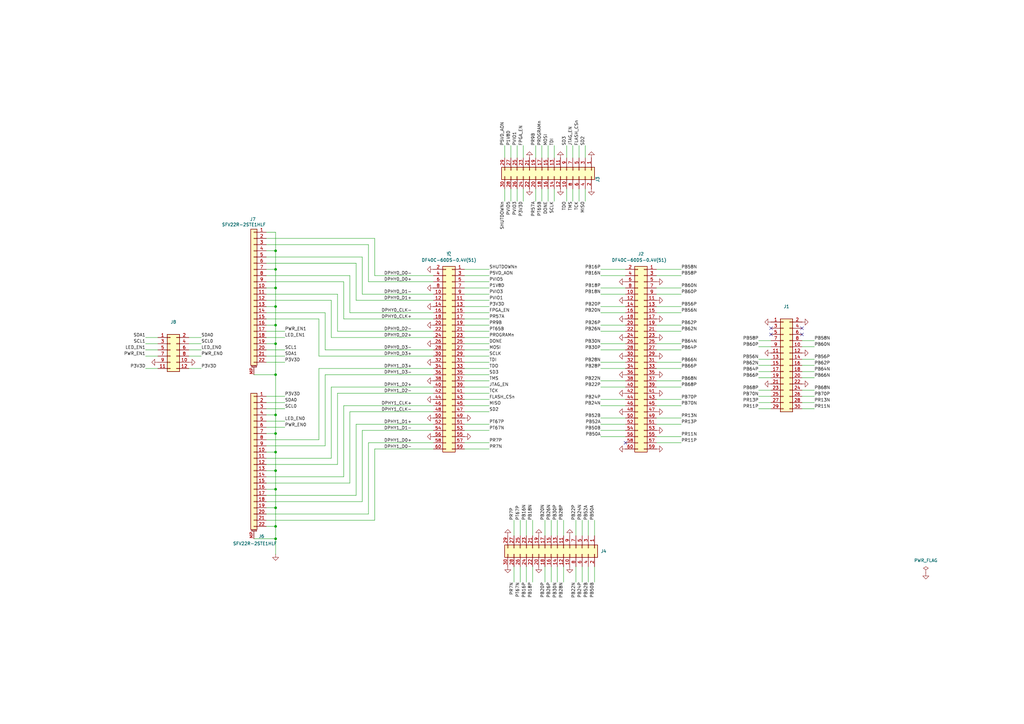
<source format=kicad_sch>
(kicad_sch (version 20250114) (generator "eeschema") (generator_version "9.0")
  (paper "A3")
  (lib_symbols
    (symbol "Connector_Generic:Conn_02x06_Odd_Even" (pin_names (offset 1.016) (hide yes))
      (property "Reference" "J" (at 1.27 7.62 0))
      (property "Value" "Conn_02x06_Odd_Even" (at 1.27 -10.16 0))
      (symbol "Conn_02x06_Odd_Even_1_1"
        (pin passive line (at -5.08 5.08 0) (length 3.81) (name "Pin_1") (number "1"))
        (pin passive line (at -5.08 2.54 0) (length 3.81) (name "Pin_3") (number "3"))
        (pin passive line (at -5.08 0 0) (length 3.81) (name "Pin_5") (number "5"))
        (pin passive line (at -5.08 -2.54 0) (length 3.81) (name "Pin_7") (number "7"))
        (pin passive line (at -5.08 -5.08 0) (length 3.81) (name "Pin_9") (number "9"))
        (pin passive line (at -5.08 -7.62 0) (length 3.81) (name "Pin_11") (number "11"))
        (pin passive line (at 7.62 5.08 180) (length 3.81) (name "Pin_2") (number "2"))
        (pin passive line (at 7.62 2.54 180) (length 3.81) (name "Pin_4") (number "4"))
        (pin passive line (at 7.62 0 180) (length 3.81) (name "Pin_6") (number "6"))
        (pin passive line (at 7.62 -2.54 180) (length 3.81) (name "Pin_8") (number "8"))
        (pin passive line (at 7.62 -5.08 180) (length 3.81) (name "Pin_10") (number "10"))
        (pin passive line (at 7.62 -7.62 180) (length 3.81) (name "Pin_12") (number "12"))
      )
    )
    (symbol "Connector_Generic:Conn_02x15_Odd_Even" (pin_names (offset 1.016) (hide yes))
      (property "Reference" "J" (at 1.27 20.32 0))
      (property "Value" "Conn_02x15_Odd_Even" (at 1.27 -20.32 0))
      (symbol "Conn_02x15_Odd_Even_1_1"
        (pin passive line (at -5.08 17.78 0) (length 3.81) (name "Pin_1") (number "1"))
        (pin passive line (at -5.08 15.24 0) (length 3.81) (name "Pin_3") (number "3"))
        (pin passive line (at -5.08 12.7 0) (length 3.81) (name "Pin_5") (number "5"))
        (pin passive line (at -5.08 10.16 0) (length 3.81) (name "Pin_7") (number "7"))
        (pin passive line (at -5.08 7.62 0) (length 3.81) (name "Pin_9") (number "9"))
        (pin passive line (at -5.08 5.08 0) (length 3.81) (name "Pin_11") (number "11"))
        (pin passive line (at -5.08 2.54 0) (length 3.81) (name "Pin_13") (number "13"))
        (pin passive line (at -5.08 0 0) (length 3.81) (name "Pin_15") (number "15"))
        (pin passive line (at -5.08 -2.54 0) (length 3.81) (name "Pin_17") (number "17"))
        (pin passive line (at -5.08 -5.08 0) (length 3.81) (name "Pin_19") (number "19"))
        (pin passive line (at -5.08 -7.62 0) (length 3.81) (name "Pin_21") (number "21"))
        (pin passive line (at -5.08 -10.16 0) (length 3.81) (name "Pin_23") (number "23"))
        (pin passive line (at -5.08 -12.7 0) (length 3.81) (name "Pin_25") (number "25"))
        (pin passive line (at -5.08 -15.24 0) (length 3.81) (name "Pin_27") (number "27"))
        (pin passive line (at -5.08 -17.78 0) (length 3.81) (name "Pin_29") (number "29"))
        (pin passive line (at 7.62 17.78 180) (length 3.81) (name "Pin_2") (number "2"))
        (pin passive line (at 7.62 15.24 180) (length 3.81) (name "Pin_4") (number "4"))
        (pin passive line (at 7.62 12.7 180) (length 3.81) (name "Pin_6") (number "6"))
        (pin passive line (at 7.62 10.16 180) (length 3.81) (name "Pin_8") (number "8"))
        (pin passive line (at 7.62 7.62 180) (length 3.81) (name "Pin_10") (number "10"))
        (pin passive line (at 7.62 5.08 180) (length 3.81) (name "Pin_12") (number "12"))
        (pin passive line (at 7.62 2.54 180) (length 3.81) (name "Pin_14") (number "14"))
        (pin passive line (at 7.62 0 180) (length 3.81) (name "Pin_16") (number "16"))
        (pin passive line (at 7.62 -2.54 180) (length 3.81) (name "Pin_18") (number "18"))
        (pin passive line (at 7.62 -5.08 180) (length 3.81) (name "Pin_20") (number "20"))
        (pin passive line (at 7.62 -7.62 180) (length 3.81) (name "Pin_22") (number "22"))
        (pin passive line (at 7.62 -10.16 180) (length 3.81) (name "Pin_24") (number "24"))
        (pin passive line (at 7.62 -12.7 180) (length 3.81) (name "Pin_26") (number "26"))
        (pin passive line (at 7.62 -15.24 180) (length 3.81) (name "Pin_28") (number "28"))
        (pin passive line (at 7.62 -17.78 180) (length 3.81) (name "Pin_30") (number "30"))
      )
    )
    (symbol "Connector_Generic:Conn_02x30_Odd_Even" (pin_names (offset 1.016) (hide yes))
      (property "Reference" "J" (at 1.27 38.1 0))
      (property "Value" "Conn_02x30_Odd_Even" (at 1.27 -40.64 0))
      (symbol "Conn_02x30_Odd_Even_1_1"
        (pin passive line (at -5.08 35.56 0) (length 3.81) (name "Pin_1") (number "1"))
        (pin passive line (at -5.08 33.02 0) (length 3.81) (name "Pin_3") (number "3"))
        (pin passive line (at -5.08 30.48 0) (length 3.81) (name "Pin_5") (number "5"))
        (pin passive line (at -5.08 27.94 0) (length 3.81) (name "Pin_7") (number "7"))
        (pin passive line (at -5.08 25.4 0) (length 3.81) (name "Pin_9") (number "9"))
        (pin passive line (at -5.08 22.86 0) (length 3.81) (name "Pin_11") (number "11"))
        (pin passive line (at -5.08 20.32 0) (length 3.81) (name "Pin_13") (number "13"))
        (pin passive line (at -5.08 17.78 0) (length 3.81) (name "Pin_15") (number "15"))
        (pin passive line (at -5.08 15.24 0) (length 3.81) (name "Pin_17") (number "17"))
        (pin passive line (at -5.08 12.7 0) (length 3.81) (name "Pin_19") (number "19"))
        (pin passive line (at -5.08 10.16 0) (length 3.81) (name "Pin_21") (number "21"))
        (pin passive line (at -5.08 7.62 0) (length 3.81) (name "Pin_23") (number "23"))
        (pin passive line (at -5.08 5.08 0) (length 3.81) (name "Pin_25") (number "25"))
        (pin passive line (at -5.08 2.54 0) (length 3.81) (name "Pin_27") (number "27"))
        (pin passive line (at -5.08 0 0) (length 3.81) (name "Pin_29") (number "29"))
        (pin passive line (at -5.08 -2.54 0) (length 3.81) (name "Pin_31") (number "31"))
        (pin passive line (at -5.08 -5.08 0) (length 3.81) (name "Pin_33") (number "33"))
        (pin passive line (at -5.08 -7.62 0) (length 3.81) (name "Pin_35") (number "35"))
        (pin passive line (at -5.08 -10.16 0) (length 3.81) (name "Pin_37") (number "37"))
        (pin passive line (at -5.08 -12.7 0) (length 3.81) (name "Pin_39") (number "39"))
        (pin passive line (at -5.08 -15.24 0) (length 3.81) (name "Pin_41") (number "41"))
        (pin passive line (at -5.08 -17.78 0) (length 3.81) (name "Pin_43") (number "43"))
        (pin passive line (at -5.08 -20.32 0) (length 3.81) (name "Pin_45") (number "45"))
        (pin passive line (at -5.08 -22.86 0) (length 3.81) (name "Pin_47") (number "47"))
        (pin passive line (at -5.08 -25.4 0) (length 3.81) (name "Pin_49") (number "49"))
        (pin passive line (at -5.08 -27.94 0) (length 3.81) (name "Pin_51") (number "51"))
        (pin passive line (at -5.08 -30.48 0) (length 3.81) (name "Pin_53") (number "53"))
        (pin passive line (at -5.08 -33.02 0) (length 3.81) (name "Pin_55") (number "55"))
        (pin passive line (at -5.08 -35.56 0) (length 3.81) (name "Pin_57") (number "57"))
        (pin passive line (at -5.08 -38.1 0) (length 3.81) (name "Pin_59") (number "59"))
        (pin passive line (at 7.62 35.56 180) (length 3.81) (name "Pin_2") (number "2"))
        (pin passive line (at 7.62 33.02 180) (length 3.81) (name "Pin_4") (number "4"))
        (pin passive line (at 7.62 30.48 180) (length 3.81) (name "Pin_6") (number "6"))
        (pin passive line (at 7.62 27.94 180) (length 3.81) (name "Pin_8") (number "8"))
        (pin passive line (at 7.62 25.4 180) (length 3.81) (name "Pin_10") (number "10"))
        (pin passive line (at 7.62 22.86 180) (length 3.81) (name "Pin_12") (number "12"))
        (pin passive line (at 7.62 20.32 180) (length 3.81) (name "Pin_14") (number "14"))
        (pin passive line (at 7.62 17.78 180) (length 3.81) (name "Pin_16") (number "16"))
        (pin passive line (at 7.62 15.24 180) (length 3.81) (name "Pin_18") (number "18"))
        (pin passive line (at 7.62 12.7 180) (length 3.81) (name "Pin_20") (number "20"))
        (pin passive line (at 7.62 10.16 180) (length 3.81) (name "Pin_22") (number "22"))
        (pin passive line (at 7.62 7.62 180) (length 3.81) (name "Pin_24") (number "24"))
        (pin passive line (at 7.62 5.08 180) (length 3.81) (name "Pin_26") (number "26"))
        (pin passive line (at 7.62 2.54 180) (length 3.81) (name "Pin_28") (number "28"))
        (pin passive line (at 7.62 0 180) (length 3.81) (name "Pin_30") (number "30"))
        (pin passive line (at 7.62 -2.54 180) (length 3.81) (name "Pin_32") (number "32"))
        (pin passive line (at 7.62 -5.08 180) (length 3.81) (name "Pin_34") (number "34"))
        (pin passive line (at 7.62 -7.62 180) (length 3.81) (name "Pin_36") (number "36"))
        (pin passive line (at 7.62 -10.16 180) (length 3.81) (name "Pin_38") (number "38"))
        (pin passive line (at 7.62 -12.7 180) (length 3.81) (name "Pin_40") (number "40"))
        (pin passive line (at 7.62 -15.24 180) (length 3.81) (name "Pin_42") (number "42"))
        (pin passive line (at 7.62 -17.78 180) (length 3.81) (name "Pin_44") (number "44"))
        (pin passive line (at 7.62 -20.32 180) (length 3.81) (name "Pin_46") (number "46"))
        (pin passive line (at 7.62 -22.86 180) (length 3.81) (name "Pin_48") (number "48"))
        (pin passive line (at 7.62 -25.4 180) (length 3.81) (name "Pin_50") (number "50"))
        (pin passive line (at 7.62 -27.94 180) (length 3.81) (name "Pin_52") (number "52"))
        (pin passive line (at 7.62 -30.48 180) (length 3.81) (name "Pin_54") (number "54"))
        (pin passive line (at 7.62 -33.02 180) (length 3.81) (name "Pin_56") (number "56"))
        (pin passive line (at 7.62 -35.56 180) (length 3.81) (name "Pin_58") (number "58"))
        (pin passive line (at 7.62 -38.1 180) (length 3.81) (name "Pin_60") (number "60"))
      )
    )
    (symbol "Connector_Generic_MountingPin:Conn_01x22_MountingPin" (pin_names (offset 1.016) (hide yes))
      (property "Reference" "J" (at 0 27.94 0))
      (property "Value" "Conn_01x22_MountingPin" (at 1.27 -30.48 0))
      (symbol "Conn_01x22_MountingPin_1_1"
        (text "Mounting" (at 0 -29.591 0) (effects (font (size 0.381 0.381))))
        (pin passive line (at -5.08 25.4 0) (length 3.81) (name "Pin_1") (number "1"))
        (pin passive line (at -5.08 22.86 0) (length 3.81) (name "Pin_2") (number "2"))
        (pin passive line (at -5.08 20.32 0) (length 3.81) (name "Pin_3") (number "3"))
        (pin passive line (at -5.08 17.78 0) (length 3.81) (name "Pin_4") (number "4"))
        (pin passive line (at -5.08 15.24 0) (length 3.81) (name "Pin_5") (number "5"))
        (pin passive line (at -5.08 12.7 0) (length 3.81) (name "Pin_6") (number "6"))
        (pin passive line (at -5.08 10.16 0) (length 3.81) (name "Pin_7") (number "7"))
        (pin passive line (at -5.08 7.62 0) (length 3.81) (name "Pin_8") (number "8"))
        (pin passive line (at -5.08 5.08 0) (length 3.81) (name "Pin_9") (number "9"))
        (pin passive line (at -5.08 2.54 0) (length 3.81) (name "Pin_10") (number "10"))
        (pin passive line (at -5.08 0 0) (length 3.81) (name "Pin_11") (number "11"))
        (pin passive line (at -5.08 -2.54 0) (length 3.81) (name "Pin_12") (number "12"))
        (pin passive line (at -5.08 -5.08 0) (length 3.81) (name "Pin_13") (number "13"))
        (pin passive line (at -5.08 -7.62 0) (length 3.81) (name "Pin_14") (number "14"))
        (pin passive line (at -5.08 -10.16 0) (length 3.81) (name "Pin_15") (number "15"))
        (pin passive line (at -5.08 -12.7 0) (length 3.81) (name "Pin_16") (number "16"))
        (pin passive line (at -5.08 -15.24 0) (length 3.81) (name "Pin_17") (number "17"))
        (pin passive line (at -5.08 -17.78 0) (length 3.81) (name "Pin_18") (number "18"))
        (pin passive line (at -5.08 -20.32 0) (length 3.81) (name "Pin_19") (number "19"))
        (pin passive line (at -5.08 -22.86 0) (length 3.81) (name "Pin_20") (number "20"))
        (pin passive line (at -5.08 -25.4 0) (length 3.81) (name "Pin_21") (number "21"))
        (pin passive line (at -5.08 -27.94 0) (length 3.81) (name "Pin_22") (number "22"))
        (pin passive line (at 0 -33.02 90) (length 3.048) (name "MountPin") (number "MP"))
      )
    )
    (symbol "power:GND" (power) (pin_numbers (hide yes)) (pin_names (offset 0) (hide yes))
      (property "Value" "GND" (at 0 -3.81 0))
      (symbol "GND_1_1"
        (pin power_in line (at 0 0 270) (length 0) (name "~") (number "1"))
      )
    )
    (symbol "power:PWR_FLAG" (power) (pin_numbers (hide yes)) (pin_names (offset 0) (hide yes))
      (property "Value" "PWR_FLAG" (at 0 3.81 0))
      (symbol "PWR_FLAG_0_0"
        (pin power_out line (at 0 0 90) (length 0) (name "~") (number "1"))
      )
    )
  )
  (junction (at 113.03 170.18))
  (junction (at 113.03 193.04))
  (junction (at 113.03 118.11))
  (junction (at 113.03 177.8))
  (junction (at 113.03 102.87))
  (junction (at 113.03 140.97))
  (junction (at 113.03 220.98))
  (junction (at 113.03 208.28))
  (junction (at 113.03 133.35))
  (junction (at 113.03 215.9))
  (junction (at 113.03 110.49))
  (junction (at 113.03 200.66))
  (junction (at 113.03 185.42))
  (junction (at 113.03 125.73))
  (junction (at 113.03 153.67))
  (no_connect (at 316.23 137.16))
  (no_connect (at 328.93 137.16))
  (no_connect (at 316.23 134.62))
  (no_connect (at 256.54 181.61))
  (no_connect (at 328.93 134.62))
  (wire (pts (xy 153.67 97.79) (xy 153.67 113.03)))
  (wire (pts (xy 232.41 64.77) (xy 232.41 59.69)))
  (wire (pts (xy 130.81 180.34) (xy 130.81 151.13)))
  (wire (pts (xy 59.69 138.43) (xy 64.77 138.43)))
  (wire (pts (xy 279.4 110.49) (xy 269.24 110.49)))
  (wire (pts (xy 256.54 166.37) (xy 246.38 166.37)))
  (wire (pts (xy 311.15 165.1) (xy 316.23 165.1)))
  (wire (pts (xy 207.01 64.77) (xy 207.01 59.69)))
  (wire (pts (xy 200.66 125.73) (xy 190.5 125.73)))
  (wire (pts (xy 236.22 219.71) (xy 236.22 213.36)))
  (wire (pts (xy 177.8 181.61) (xy 151.13 181.61)))
  (wire (pts (xy 200.66 151.13) (xy 190.5 151.13)))
  (wire (pts (xy 116.84 146.05) (xy 109.22 146.05)))
  (wire (pts (xy 113.03 193.04) (xy 109.22 193.04)))
  (wire (pts (xy 200.66 181.61) (xy 190.5 181.61)))
  (wire (pts (xy 109.22 190.5) (xy 138.43 190.5)))
  (wire (pts (xy 77.47 146.05) (xy 82.55 146.05)))
  (wire (pts (xy 151.13 181.61) (xy 151.13 210.82)))
  (wire (pts (xy 109.22 203.2) (xy 146.05 203.2)))
  (wire (pts (xy 334.01 147.32) (xy 328.93 147.32)))
  (wire (pts (xy 334.01 139.7) (xy 328.93 139.7)))
  (wire (pts (xy 177.8 146.05) (xy 130.81 146.05)))
  (wire (pts (xy 113.03 140.97) (xy 113.03 133.35)))
  (wire (pts (xy 59.69 140.97) (xy 64.77 140.97)))
  (wire (pts (xy 109.22 105.41) (xy 148.59 105.41)))
  (wire (pts (xy 113.03 153.67) (xy 113.03 170.18)))
  (wire (pts (xy 209.55 64.77) (xy 209.55 59.69)))
  (wire (pts (xy 228.6 219.71) (xy 228.6 213.36)))
  (wire (pts (xy 256.54 179.07) (xy 246.38 179.07)))
  (wire (pts (xy 177.8 143.51) (xy 133.35 143.51)))
  (wire (pts (xy 214.63 64.77) (xy 214.63 59.69)))
  (wire (pts (xy 177.8 168.91) (xy 143.51 168.91)))
  (wire (pts (xy 143.51 198.12) (xy 143.51 168.91)))
  (wire (pts (xy 334.01 152.4) (xy 328.93 152.4)))
  (wire (pts (xy 113.03 140.97) (xy 109.22 140.97)))
  (wire (pts (xy 256.54 151.13) (xy 246.38 151.13)))
  (wire (pts (xy 109.22 182.88) (xy 133.35 182.88)))
  (wire (pts (xy 334.01 162.56) (xy 328.93 162.56)))
  (wire (pts (xy 200.66 120.65) (xy 190.5 120.65)))
  (wire (pts (xy 279.4 135.89) (xy 269.24 135.89)))
  (wire (pts (xy 256.54 128.27) (xy 246.38 128.27)))
  (wire (pts (xy 316.23 139.7) (xy 311.15 139.7)))
  (wire (pts (xy 151.13 210.82) (xy 109.22 210.82)))
  (wire (pts (xy 279.4 148.59) (xy 269.24 148.59)))
  (wire (pts (xy 138.43 190.5) (xy 138.43 161.29)))
  (wire (pts (xy 177.8 113.03) (xy 153.67 113.03)))
  (wire (pts (xy 140.97 195.58) (xy 140.97 166.37)))
  (wire (pts (xy 77.47 138.43) (xy 82.55 138.43)))
  (wire (pts (xy 109.22 100.33) (xy 151.13 100.33)))
  (wire (pts (xy 279.4 173.99) (xy 269.24 173.99)))
  (wire (pts (xy 256.54 176.53) (xy 246.38 176.53)))
  (wire (pts (xy 116.84 138.43) (xy 109.22 138.43)))
  (wire (pts (xy 177.8 120.65) (xy 148.59 120.65)))
  (wire (pts (xy 222.25 82.55) (xy 222.25 77.47)))
  (wire (pts (xy 77.47 143.51) (xy 82.55 143.51)))
  (wire (pts (xy 243.84 238.76) (xy 243.84 232.41)))
  (wire (pts (xy 113.03 200.66) (xy 109.22 200.66)))
  (wire (pts (xy 113.03 118.11) (xy 113.03 110.49)))
  (wire (pts (xy 218.44 238.76) (xy 218.44 232.41)))
  (wire (pts (xy 238.76 219.71) (xy 238.76 213.36)))
  (wire (pts (xy 316.23 154.94) (xy 311.15 154.94)))
  (wire (pts (xy 279.4 125.73) (xy 269.24 125.73)))
  (wire (pts (xy 109.22 205.74) (xy 148.59 205.74)))
  (wire (pts (xy 316.23 149.86) (xy 311.15 149.86)))
  (wire (pts (xy 226.06 219.71) (xy 226.06 213.36)))
  (wire (pts (xy 237.49 64.77) (xy 237.49 59.69)))
  (wire (pts (xy 190.5 115.57) (xy 200.66 115.57)))
  (wire (pts (xy 256.54 118.11) (xy 246.38 118.11)))
  (wire (pts (xy 232.41 82.55) (xy 232.41 77.47)))
  (wire (pts (xy 240.03 64.77) (xy 240.03 59.69)))
  (wire (pts (xy 316.23 162.56) (xy 311.15 162.56)))
  (wire (pts (xy 113.03 170.18) (xy 109.22 170.18)))
  (wire (pts (xy 279.4 163.83) (xy 269.24 163.83)))
  (wire (pts (xy 279.4 166.37) (xy 269.24 166.37)))
  (wire (pts (xy 316.23 152.4) (xy 311.15 152.4)))
  (wire (pts (xy 256.54 140.97) (xy 246.38 140.97)))
  (wire (pts (xy 238.76 238.76) (xy 238.76 232.41)))
  (wire (pts (xy 234.95 82.55) (xy 234.95 77.47)))
  (wire (pts (xy 177.8 173.99) (xy 146.05 173.99)))
  (wire (pts (xy 113.03 208.28) (xy 109.22 208.28)))
  (wire (pts (xy 224.79 64.77) (xy 224.79 59.69)))
  (wire (pts (xy 241.3 238.76) (xy 241.3 232.41)))
  (wire (pts (xy 200.66 133.35) (xy 190.5 133.35)))
  (wire (pts (xy 109.22 113.03) (xy 143.51 113.03)))
  (wire (pts (xy 215.9 219.71) (xy 215.9 213.36)))
  (wire (pts (xy 256.54 143.51) (xy 246.38 143.51)))
  (wire (pts (xy 135.89 123.19) (xy 135.89 138.43)))
  (wire (pts (xy 146.05 107.95) (xy 146.05 123.19)))
  (wire (pts (xy 109.22 215.9) (xy 113.03 215.9)))
  (wire (pts (xy 113.03 110.49) (xy 113.03 102.87)))
  (wire (pts (xy 200.66 158.75) (xy 190.5 158.75)))
  (wire (pts (xy 256.54 156.21) (xy 246.38 156.21)))
  (wire (pts (xy 109.22 128.27) (xy 133.35 128.27)))
  (wire (pts (xy 279.4 120.65) (xy 269.24 120.65)))
  (wire (pts (xy 210.82 213.36) (xy 210.82 219.71)))
  (wire (pts (xy 113.03 215.9) (xy 113.03 208.28)))
  (wire (pts (xy 279.4 151.13) (xy 269.24 151.13)))
  (wire (pts (xy 200.66 128.27) (xy 190.5 128.27)))
  (wire (pts (xy 328.93 167.64) (xy 334.01 167.64)))
  (wire (pts (xy 200.66 184.15) (xy 190.5 184.15)))
  (wire (pts (xy 279.4 143.51) (xy 269.24 143.51)))
  (wire (pts (xy 226.06 238.76) (xy 226.06 232.41)))
  (wire (pts (xy 109.22 213.36) (xy 153.67 213.36)))
  (wire (pts (xy 77.47 151.13) (xy 82.55 151.13)))
  (wire (pts (xy 109.22 123.19) (xy 135.89 123.19)))
  (wire (pts (xy 113.03 220.98) (xy 113.03 215.9)))
  (wire (pts (xy 279.4 133.35) (xy 269.24 133.35)))
  (wire (pts (xy 113.03 102.87) (xy 109.22 102.87)))
  (wire (pts (xy 279.4 156.21) (xy 269.24 156.21)))
  (wire (pts (xy 200.66 163.83) (xy 190.5 163.83)))
  (wire (pts (xy 200.66 168.91) (xy 190.5 168.91)))
  (wire (pts (xy 237.49 82.55) (xy 237.49 77.47)))
  (wire (pts (xy 256.54 135.89) (xy 246.38 135.89)))
  (wire (pts (xy 328.93 165.1) (xy 334.01 165.1)))
  (wire (pts (xy 109.22 195.58) (xy 140.97 195.58)))
  (wire (pts (xy 116.84 175.26) (xy 109.22 175.26)))
  (wire (pts (xy 59.69 151.13) (xy 64.77 151.13)))
  (wire (pts (xy 133.35 182.88) (xy 133.35 153.67)))
  (wire (pts (xy 177.8 153.67) (xy 133.35 153.67)))
  (wire (pts (xy 223.52 219.71) (xy 223.52 213.36)))
  (wire (pts (xy 177.8 184.15) (xy 153.67 184.15)))
  (wire (pts (xy 116.84 148.59) (xy 109.22 148.59)))
  (wire (pts (xy 77.47 140.97) (xy 82.55 140.97)))
  (wire (pts (xy 210.82 232.41) (xy 210.82 238.76)))
  (wire (pts (xy 113.03 227.33) (xy 113.03 220.98)))
  (wire (pts (xy 113.03 133.35) (xy 109.22 133.35)))
  (wire (pts (xy 109.22 187.96) (xy 135.89 187.96)))
  (wire (pts (xy 200.66 140.97) (xy 190.5 140.97)))
  (wire (pts (xy 113.03 177.8) (xy 109.22 177.8)))
  (wire (pts (xy 113.03 200.66) (xy 113.03 193.04)))
  (wire (pts (xy 177.8 151.13) (xy 130.81 151.13)))
  (wire (pts (xy 200.66 110.49) (xy 190.5 110.49)))
  (wire (pts (xy 113.03 177.8) (xy 113.03 170.18)))
  (wire (pts (xy 200.66 156.21) (xy 190.5 156.21)))
  (wire (pts (xy 334.01 142.24) (xy 328.93 142.24)))
  (wire (pts (xy 200.66 143.51) (xy 190.5 143.51)))
  (wire (pts (xy 224.79 82.55) (xy 224.79 77.47)))
  (wire (pts (xy 148.59 105.41) (xy 148.59 120.65)))
  (wire (pts (xy 218.44 219.71) (xy 218.44 213.36)))
  (wire (pts (xy 223.52 238.76) (xy 223.52 232.41)))
  (wire (pts (xy 212.09 64.77) (xy 212.09 59.69)))
  (wire (pts (xy 116.84 143.51) (xy 109.22 143.51)))
  (wire (pts (xy 200.66 118.11) (xy 190.5 118.11)))
  (wire (pts (xy 113.03 118.11) (xy 109.22 118.11)))
  (wire (pts (xy 279.4 128.27) (xy 269.24 128.27)))
  (wire (pts (xy 177.8 161.29) (xy 138.43 161.29)))
  (wire (pts (xy 113.03 140.97) (xy 113.03 153.67)))
  (wire (pts (xy 113.03 185.42) (xy 113.03 177.8)))
  (wire (pts (xy 316.23 147.32) (xy 311.15 147.32)))
  (wire (pts (xy 113.03 208.28) (xy 113.03 200.66)))
  (wire (pts (xy 334.01 160.02) (xy 328.93 160.02)))
  (wire (pts (xy 200.66 113.03) (xy 190.5 113.03)))
  (wire (pts (xy 279.4 113.03) (xy 269.24 113.03)))
  (wire (pts (xy 256.54 171.45) (xy 246.38 171.45)))
  (wire (pts (xy 279.4 181.61) (xy 269.24 181.61)))
  (wire (pts (xy 256.54 173.99) (xy 246.38 173.99)))
  (wire (pts (xy 212.09 82.55) (xy 212.09 77.47)))
  (wire (pts (xy 200.66 161.29) (xy 190.5 161.29)))
  (wire (pts (xy 219.71 82.55) (xy 219.71 77.47)))
  (wire (pts (xy 177.8 115.57) (xy 151.13 115.57)))
  (wire (pts (xy 140.97 115.57) (xy 140.97 130.81)))
  (wire (pts (xy 279.4 140.97) (xy 269.24 140.97)))
  (wire (pts (xy 256.54 113.03) (xy 246.38 113.03)))
  (wire (pts (xy 256.54 148.59) (xy 246.38 148.59)))
  (wire (pts (xy 207.01 82.55) (xy 207.01 77.47)))
  (wire (pts (xy 311.15 167.64) (xy 316.23 167.64)))
  (wire (pts (xy 240.03 82.55) (xy 240.03 77.47)))
  (wire (pts (xy 231.14 219.71) (xy 231.14 213.36)))
  (wire (pts (xy 222.25 64.77) (xy 222.25 59.69)))
  (wire (pts (xy 213.36 213.36) (xy 213.36 219.71)))
  (wire (pts (xy 177.8 123.19) (xy 146.05 123.19)))
  (wire (pts (xy 113.03 102.87) (xy 113.03 95.25)))
  (wire (pts (xy 200.66 153.67) (xy 190.5 153.67)))
  (wire (pts (xy 256.54 163.83) (xy 246.38 163.83)))
  (wire (pts (xy 133.35 128.27) (xy 133.35 143.51)))
  (wire (pts (xy 138.43 120.65) (xy 138.43 135.89)))
  (wire (pts (xy 113.03 185.42) (xy 109.22 185.42)))
  (wire (pts (xy 200.66 135.89) (xy 190.5 135.89)))
  (wire (pts (xy 190.5 123.19) (xy 200.66 123.19)))
  (wire (pts (xy 241.3 219.71) (xy 241.3 213.36)))
  (wire (pts (xy 177.8 128.27) (xy 143.51 128.27)))
  (wire (pts (xy 151.13 100.33) (xy 151.13 115.57)))
  (wire (pts (xy 279.4 179.07) (xy 269.24 179.07)))
  (wire (pts (xy 334.01 149.86) (xy 328.93 149.86)))
  (wire (pts (xy 113.03 133.35) (xy 113.03 125.73)))
  (wire (pts (xy 316.23 142.24) (xy 311.15 142.24)))
  (wire (pts (xy 130.81 146.05) (xy 130.81 130.81)))
  (wire (pts (xy 279.4 171.45) (xy 269.24 171.45)))
  (wire (pts (xy 109.22 97.79) (xy 153.67 97.79)))
  (wire (pts (xy 177.8 166.37) (xy 140.97 166.37)))
  (wire (pts (xy 209.55 82.55) (xy 209.55 77.47)))
  (wire (pts (xy 234.95 64.77) (xy 234.95 59.69)))
  (wire (pts (xy 200.66 130.81) (xy 190.5 130.81)))
  (wire (pts (xy 256.54 120.65) (xy 246.38 120.65)))
  (wire (pts (xy 219.71 64.77) (xy 219.71 59.69)))
  (wire (pts (xy 200.66 148.59) (xy 190.5 148.59)))
  (wire (pts (xy 116.84 172.72) (xy 109.22 172.72)))
  (wire (pts (xy 113.03 95.25) (xy 109.22 95.25)))
  (wire (pts (xy 214.63 82.55) (xy 214.63 77.47)))
  (wire (pts (xy 279.4 158.75) (xy 269.24 158.75)))
  (wire (pts (xy 279.4 118.11) (xy 269.24 118.11)))
  (wire (pts (xy 116.84 162.56) (xy 109.22 162.56)))
  (wire (pts (xy 200.66 176.53) (xy 190.5 176.53)))
  (wire (pts (xy 200.66 138.43) (xy 190.5 138.43)))
  (wire (pts (xy 231.14 238.76) (xy 231.14 232.41)))
  (wire (pts (xy 116.84 165.1) (xy 109.22 165.1)))
  (wire (pts (xy 236.22 238.76) (xy 236.22 232.41)))
  (wire (pts (xy 334.01 154.94) (xy 328.93 154.94)))
  (wire (pts (xy 256.54 125.73) (xy 246.38 125.73)))
  (wire (pts (xy 177.8 135.89) (xy 138.43 135.89)))
  (wire (pts (xy 113.03 125.73) (xy 113.03 118.11)))
  (wire (pts (xy 59.69 143.51) (xy 64.77 143.51)))
  (wire (pts (xy 256.54 133.35) (xy 246.38 133.35)))
  (wire (pts (xy 113.03 125.73) (xy 109.22 125.73)))
  (wire (pts (xy 130.81 130.81) (xy 109.22 130.81)))
  (wire (pts (xy 200.66 173.99) (xy 190.5 173.99)))
  (wire (pts (xy 116.84 167.64) (xy 109.22 167.64)))
  (wire (pts (xy 116.84 135.89) (xy 109.22 135.89)))
  (wire (pts (xy 153.67 213.36) (xy 153.67 184.15)))
  (wire (pts (xy 243.84 219.71) (xy 243.84 213.36)))
  (wire (pts (xy 256.54 158.75) (xy 246.38 158.75)))
  (wire (pts (xy 200.66 166.37) (xy 190.5 166.37)))
  (wire (pts (xy 109.22 107.95) (xy 146.05 107.95)))
  (wire (pts (xy 227.33 64.77) (xy 227.33 59.69)))
  (wire (pts (xy 177.8 130.81) (xy 140.97 130.81)))
  (wire (pts (xy 177.8 138.43) (xy 135.89 138.43)))
  (wire (pts (xy 256.54 110.49) (xy 246.38 110.49)))
  (wire (pts (xy 146.05 203.2) (xy 146.05 173.99)))
  (wire (pts (xy 109.22 120.65) (xy 138.43 120.65)))
  (wire (pts (xy 59.69 146.05) (xy 64.77 146.05)))
  (wire (pts (xy 109.22 198.12) (xy 143.51 198.12)))
  (wire (pts (xy 109.22 180.34) (xy 130.81 180.34)))
  (wire (pts (xy 177.8 158.75) (xy 135.89 158.75)))
  (wire (pts (xy 213.36 232.41) (xy 213.36 238.76)))
  (wire (pts (xy 215.9 238.76) (xy 215.9 232.41)))
  (wire (pts (xy 104.14 220.98) (xy 113.03 220.98)))
  (wire (pts (xy 316.23 160.02) (xy 311.15 160.02)))
  (wire (pts (xy 177.8 176.53) (xy 148.59 176.53)))
  (wire (pts (xy 113.03 110.49) (xy 109.22 110.49)))
  (wire (pts (xy 200.66 146.05) (xy 190.5 146.05)))
  (wire (pts (xy 135.89 187.96) (xy 135.89 158.75)))
  (wire (pts (xy 104.14 153.67) (xy 113.03 153.67)))
  (wire (pts (xy 228.6 238.76) (xy 228.6 232.41)))
  (wire (pts (xy 143.51 113.03) (xy 143.51 128.27)))
  (wire (pts (xy 109.22 115.57) (xy 140.97 115.57)))
  (wire (pts (xy 113.03 193.04) (xy 113.03 185.42)))
  (wire (pts (xy 227.33 82.55) (xy 227.33 77.47)))
  (wire (pts (xy 148.59 205.74) (xy 148.59 176.53)))
  (label "JTAG_EN" (at 234.95 59.69 90))
  (label "SD3" (at 232.41 59.69 90))
  (label "DPHY1_D0-" (at 168.91 184.15 180))
  (label "DPHY1_D1-" (at 168.91 176.53 180))
  (label "PB16N" (at 215.9 213.36 90))
  (label "PB22P" (at 246.38 158.75 180))
  (label "PB26P" (at 226.06 238.76 270))
  (label "P3V3D" (at 214.63 82.55 270))
  (label "TCK" (at 237.49 82.55 270))
  (label "SHUTDOWNn" (at 200.66 110.49 0))
  (label "PWR_EN1" (at 59.69 146.05 180))
  (label "PR7P" (at 200.66 181.61 0))
  (label "TDI" (at 227.33 59.69 90))
  (label "DPHY0_D2+" (at 168.91 138.43 180))
  (label "PB62N" (at 279.4 135.89 0))
  (label "PB28P" (at 246.38 151.13 180))
  (label "DPHY0_CLK-" (at 168.91 128.27 180))
  (label "PB60P" (at 311.15 142.24 180))
  (label "SCL0" (at 82.55 140.97 0))
  (label "LED_EN1" (at 116.84 138.43 0))
  (label "P5VD_AON" (at 200.66 113.03 0))
  (label "PT67N" (at 200.66 176.53 0))
  (label "SD3" (at 200.66 153.67 0))
  (label "PB26P" (at 246.38 133.35 180))
  (label "PB50A" (at 243.84 213.36 90))
  (label "PB26N" (at 226.06 213.36 90))
  (label "MISO" (at 240.03 82.55 270))
  (label "P3V3D" (at 59.69 151.13 180))
  (label "PB52B" (at 246.38 171.45 180))
  (label "PB18N" (at 218.44 213.36 90))
  (label "PB66P" (at 311.15 154.94 180))
  (label "PWR_EN0" (at 116.84 175.26 0))
  (label "PB24N" (at 246.38 166.37 180))
  (label "DPHY0_D1-" (at 168.91 120.65 180))
  (label "TCK" (at 200.66 161.29 0))
  (label "PB60N" (at 279.4 118.11 0))
  (label "PB22N" (at 246.38 156.21 180))
  (label "PB62N" (at 311.15 149.86 180))
  (label "PR13N" (at 279.4 171.45 0))
  (label "PR9B" (at 219.71 59.69 90))
  (label "PB30P" (at 228.6 213.36 90))
  (label "TDO" (at 232.41 82.55 270))
  (label "LED_EN0" (at 82.55 143.51 0))
  (label "DPHY0_D3+" (at 168.91 146.05 180))
  (label "PB20P" (at 223.52 238.76 270))
  (label "PB52A" (at 241.3 213.36 90))
  (label "LED_EN0" (at 116.84 172.72 0))
  (label "PR57A" (at 219.71 82.55 270))
  (label "SCLK" (at 227.33 82.55 270))
  (label "PROGRAMn" (at 222.25 59.69 90))
  (label "PB20N" (at 223.52 213.36 90))
  (label "MISO" (at 200.66 166.37 0))
  (label "SHUTDOWNn" (at 207.01 82.55 270))
  (label "PB68P" (at 311.15 160.02 180))
  (label "PB18N" (at 246.38 120.65 180))
  (label "PB52A" (at 246.38 173.99 180))
  (label "PB60P" (at 279.4 120.65 0))
  (label "PB56N" (at 279.4 128.27 0))
  (label "DPHY1_D3-" (at 168.91 153.67 180))
  (label "PR57A" (at 200.66 130.81 0))
  (label "P3V3D" (at 116.84 162.56 0))
  (label "PB70P" (at 334.01 162.56 0))
  (label "TDO" (at 200.66 151.13 0))
  (label "PVIO1" (at 212.09 59.69 90))
  (label "PVIO1" (at 200.66 123.19 0))
  (label "PT67P" (at 200.66 173.99 0))
  (label "PB60N" (at 334.01 142.24 0))
  (label "PB30N" (at 228.6 238.76 270))
  (label "JTAG_EN" (at 200.66 158.75 0))
  (label "PB62P" (at 334.01 149.86 0))
  (label "PB56P" (at 334.01 147.32 0))
  (label "FLASH_CSn" (at 200.66 163.83 0))
  (label "FLASH_CSn" (at 237.49 59.69 90))
  (label "PWR_EN1" (at 116.84 135.89 0))
  (label "PR11P" (at 311.15 167.64 180))
  (label "MOSI" (at 224.79 59.69 90))
  (label "SDA0" (at 82.55 138.43 0))
  (label "DPHY1_D2-" (at 168.91 161.29 180))
  (label "PB58P" (at 311.15 139.7 180))
  (label "PB24P" (at 246.38 163.83 180))
  (label "PR9B" (at 200.66 133.35 0))
  (label "SDA1" (at 116.84 146.05 0))
  (label "PVIO5" (at 200.66 115.57 0))
  (label "PB70N" (at 311.15 162.56 180))
  (label "P3V3D" (at 116.84 148.59 0))
  (label "FPGA_EN" (at 214.63 59.69 90))
  (label "DONE" (at 224.79 82.55 270))
  (label "PB50B" (at 243.84 238.76 270))
  (label "PB56N" (at 311.15 147.32 180))
  (label "PB68P" (at 279.4 158.75 0))
  (label "PROGRAMn" (at 200.66 138.43 0))
  (label "PB28N" (at 246.38 148.59 180))
  (label "DPHY1_D0+" (at 168.91 181.61 180))
  (label "PR11P" (at 279.4 181.61 0))
  (label "PB68N" (at 334.01 160.02 0))
  (label "PB28N" (at 231.14 238.76 270))
  (label "PB16P" (at 215.9 238.76 270))
  (label "TMS" (at 234.95 82.55 270))
  (label "DPHY0_CLK+" (at 168.91 130.81 180))
  (label "SD2" (at 240.03 59.69 90))
  (label "PB70P" (at 279.4 163.83 0))
  (label "TDI" (at 200.66 148.59 0))
  (label "SCL1" (at 116.84 143.51 0))
  (label "PB68N" (at 279.4 156.21 0))
  (label "DPHY1_CLK-" (at 168.91 168.91 180))
  (label "PB26N" (at 246.38 135.89 180))
  (label "PB18P" (at 218.44 238.76 270))
  (label "SDA0" (at 116.84 165.1 0))
  (label "PB24N" (at 238.76 213.36 90))
  (label "PR11N" (at 279.4 179.07 0))
  (label "DPHY1_D3+" (at 168.91 151.13 180))
  (label "SD2" (at 200.66 168.91 0))
  (label "PB56P" (at 279.4 125.73 0))
  (label "PB66N" (at 334.01 154.94 0))
  (label "DPHY0_D0+" (at 168.91 115.57 180))
  (label "DPHY1_CLK+" (at 168.91 166.37 180))
  (label "P1V8D" (at 209.55 59.69 90))
  (label "P1V8D" (at 200.66 118.11 0))
  (label "PB50A" (at 246.38 179.07 180))
  (label "PR13N" (at 334.01 165.1 0))
  (label "FPGA_EN" (at 200.66 128.27 0))
  (label "DPHY0_D2-" (at 168.91 135.89 180))
  (label "PR7N" (at 210.82 238.76 270))
  (label "PB64N" (at 334.01 152.4 0))
  (label "PR7N" (at 200.66 184.15 0))
  (label "PT67P" (at 213.36 213.36 90))
  (label "SDA1" (at 59.69 138.43 180))
  (label "P5VD_AON" (at 207.01 59.69 90))
  (label "PT65B" (at 200.66 135.89 0))
  (label "PB24P" (at 238.76 238.76 270))
  (label "PB28P" (at 231.14 213.36 90))
  (label "PB20N" (at 246.38 128.27 180))
  (label "PB66N" (at 279.4 148.59 0))
  (label "PB58N" (at 279.4 110.49 0))
  (label "MOSI" (at 200.66 143.51 0))
  (label "PB64P" (at 279.4 143.51 0))
  (label "PR13P" (at 279.4 173.99 0))
  (label "PR7P" (at 210.82 213.36 90))
  (label "PB66P" (at 279.4 151.13 0))
  (label "DPHY1_D1+" (at 168.91 173.99 180))
  (label "DPHY0_D1+" (at 168.91 123.19 180))
  (label "SCL1" (at 59.69 140.97 180))
  (label "PB52B" (at 241.3 238.76 270))
  (label "DONE" (at 200.66 140.97 0))
  (label "PB16P" (at 246.38 110.49 180))
  (label "PR11N" (at 334.01 167.64 0))
  (label "PB30P" (at 246.38 143.51 180))
  (label "PB22N" (at 236.22 238.76 270))
  (label "PB64N" (at 279.4 140.97 0))
  (label "DPHY0_D0-" (at 168.91 113.03 180))
  (label "PB70N" (at 279.4 166.37 0))
  (label "PB16N" (at 246.38 113.03 180))
  (label "PB50B" (at 246.38 176.53 180))
  (label "PB22P" (at 236.22 213.36 90))
  (label "SCLK" (at 200.66 146.05 0))
  (label "PB62P" (at 279.4 133.35 0))
  (label "PVIO3" (at 200.66 120.65 0))
  (label "LED_EN1" (at 59.69 143.51 180))
  (label "PVIO5" (at 209.55 82.55 270))
  (label "PWR_EN0" (at 82.55 146.05 0))
  (label "P3V3D" (at 82.55 151.13 0))
  (label "PT67N" (at 213.36 238.76 270))
  (label "SCL0" (at 116.84 167.64 0))
  (label "P3V3D" (at 200.66 125.73 0))
  (label "DPHY1_D2+" (at 168.91 158.75 180))
  (label "TMS" (at 200.66 156.21 0))
  (label "PB18P" (at 246.38 118.11 180))
  (label "PT65B" (at 222.25 82.55 270))
  (label "DPHY0_D3-" (at 168.91 143.51 180))
  (label "PVIO3" (at 212.09 82.55 270))
  (label "PB64P" (at 311.15 152.4 180))
  (label "PB30N" (at 246.38 140.97 180))
  (label "PB58N" (at 334.01 139.7 0))
  (label "PB58P" (at 279.4 113.03 0))
  (label "PR13P" (at 311.15 165.1 180))
  (label "PB20P" (at 246.38 125.73 180))
  (symbol (lib_id "power:GND") (at 328.93 157.48 90) (mirror x) (unit 1)
    (property "Reference" "#PWR01" (effects (hide yes)))
    (property "Value" "GND" (effects (hide yes)))
    (property "Description" "Power symbol creates a global label with name \"GND\" , ground" (effects (hide yes)))
  )
  (symbol (lib_id "power:GND") (at 177.8 125.73 270) (unit 1)
    (property "Reference" "#PWR027" (effects (hide yes)))
    (property "Value" "GND" (effects (hide yes)))
    (property "Description" "Power symbol creates a global label with name \"GND\" , ground" (effects (hide yes)))
  )
  (symbol (lib_id "power:GND") (at 256.54 130.81 270) (mirror x) (unit 1)
    (property "Reference" "#PWR042" (effects (hide yes)))
    (property "Value" "GND" (effects (hide yes)))
    (property "Description" "Power symbol creates a global label with name \"GND\" , ground" (effects (hide yes)))
  )
  (symbol (lib_id "power:GND") (at 190.5 171.45 90) (mirror x) (unit 1)
    (property "Reference" "#PWR036" (effects (hide yes)))
    (property "Value" "GND" (effects (hide yes)))
    (property "Description" "Power symbol creates a global label with name \"GND\" , ground" (effects (hide yes)))
  )
  (symbol (lib_id "Connector_Generic_MountingPin:Conn_01x22_MountingPin") (at 104.14 120.65 0) (mirror y) (unit 1)
    (property "Reference" "J7" (at 104.902 89.916 0) (effects (justify left)))
    (property "Value" "SFV22R-2STE1HLF" (at 113.6015 222.9485 0) (effects (justify left)))
    (property "Footprint" "CUSTOM:AMPHENOL_SFV22R-2STE1HLF" (effects (hide yes)))
    (property "Description" "Generic connectable mounting pin connector, single row, 01x22, script generated (kicad-library-utils/schlib/autogen/connector/)" (effects (hide yes)))
    (property "MPN" "SFV22R-2STE1HLF" (effects (hide yes)))
    (property "Manufacturer" "AMPHENOL" (effects (hide yes)))
  )
  (symbol (lib_id "power:GND") (at 242.57 77.47 0) (unit 1)
    (property "Reference" "#PWR09" (effects (hide yes)))
    (property "Value" "GND" (effects (hide yes)))
    (property "Description" "Power symbol creates a global label with name \"GND\" , ground" (effects (hide yes)))
  )
  (symbol (lib_id "power:GND") (at 379.73 234.95 0) (unit 1)
    (property "Reference" "#PWR026" (effects (hide yes)))
    (property "Value" "GND" (effects (hide yes)))
    (property "Description" "Power symbol creates a global label with name \"GND\" , ground" (effects (hide yes)))
  )
  (symbol (lib_id "power:GND") (at 256.54 115.57 270) (mirror x) (unit 1)
    (property "Reference" "#PWR044" (effects (hide yes)))
    (property "Value" "GND" (effects (hide yes)))
    (property "Description" "Power symbol creates a global label with name \"GND\" , ground" (effects (hide yes)))
  )
  (symbol (lib_id "power:GND") (at 177.8 133.35 270) (unit 1)
    (property "Reference" "#PWR028" (effects (hide yes)))
    (property "Value" "GND" (effects (hide yes)))
    (property "Description" "Power symbol creates a global label with name \"GND\" , ground" (effects (hide yes)))
  )
  (symbol (lib_id "power:GND") (at 256.54 138.43 270) (mirror x) (unit 1)
    (property "Reference" "#PWR041" (effects (hide yes)))
    (property "Value" "GND" (effects (hide yes)))
    (property "Description" "Power symbol creates a global label with name \"GND\" , ground" (effects (hide yes)))
  )
  (symbol (lib_id "power:GND") (at 269.24 176.53 90) (mirror x) (unit 1)
    (property "Reference" "#PWR045" (effects (hide yes)))
    (property "Value" "GND" (effects (hide yes)))
    (property "Description" "Power symbol creates a global label with name \"GND\" , ground" (effects (hide yes)))
  )
  (symbol (lib_id "power:GND") (at 113.03 227.33 0) (unit 1)
    (property "Reference" "#PWR023" (effects (hide yes)))
    (property "Value" "GND" (effects (hide yes)))
    (property "Description" "Power symbol creates a global label with name \"GND\" , ground" (effects (hide yes)))
  )
  (symbol (lib_id "power:GND") (at 316.23 144.78 270) (unit 1)
    (property "Reference" "#PWR05" (effects (hide yes)))
    (property "Value" "GND" (effects (hide yes)))
    (property "Description" "Power symbol creates a global label with name \"GND\" , ground" (effects (hide yes)))
  )
  (symbol (lib_id "power:GND") (at 177.8 148.59 270) (unit 1)
    (property "Reference" "#PWR030" (effects (hide yes)))
    (property "Value" "GND" (effects (hide yes)))
    (property "Description" "Power symbol creates a global label with name \"GND\" , ground" (effects (hide yes)))
  )
  (symbol (lib_id "power:GND") (at 269.24 184.15 90) (mirror x) (unit 1)
    (property "Reference" "#PWR07" (effects (hide yes)))
    (property "Value" "GND" (effects (hide yes)))
    (property "Description" "Power symbol creates a global label with name \"GND\" , ground" (effects (hide yes)))
  )
  (symbol (lib_id "power:GND") (at 269.24 138.43 90) (mirror x) (unit 1)
    (property "Reference" "#PWR050" (effects (hide yes)))
    (property "Value" "GND" (effects (hide yes)))
    (property "Description" "Power symbol creates a global label with name \"GND\" , ground" (effects (hide yes)))
  )
  (symbol (lib_id "power:GND") (at 269.24 168.91 90) (mirror x) (unit 1)
    (property "Reference" "#PWR046" (effects (hide yes)))
    (property "Value" "GND" (effects (hide yes)))
    (property "Description" "Power symbol creates a global label with name \"GND\" , ground" (effects (hide yes)))
  )
  (symbol (lib_id "power:GND") (at 177.8 163.83 270) (unit 1)
    (property "Reference" "#PWR032" (effects (hide yes)))
    (property "Value" "GND" (effects (hide yes)))
    (property "Description" "Power symbol creates a global label with name \"GND\" , ground" (effects (hide yes)))
  )
  (symbol (lib_id "Connector_Generic_MountingPin:Conn_01x22_MountingPin") (at 104.14 187.96 0) (mirror y) (unit 1)
    (property "Reference" "J6" (at 108.458 219.964 0) (effects (justify left)))
    (property "Value" "SFV22R-2STE1HLF" (at 109.0295 92.1385 0) (effects (justify left)))
    (property "Footprint" "CUSTOM:AMPHENOL_SFV22R-2STE1HLF" (effects (hide yes)))
    (property "Description" "Generic connectable mounting pin connector, single row, 01x22, script generated (kicad-library-utils/schlib/autogen/connector/)" (effects (hide yes)))
    (property "MPN" "SFV22R-2STE1HLF" (effects (hide yes)))
    (property "Manufacturer" "AMPHENOL" (effects (hide yes)))
  )
  (symbol (lib_id "power:GND") (at 269.24 146.05 90) (mirror x) (unit 1)
    (property "Reference" "#PWR049" (effects (hide yes)))
    (property "Value" "GND" (effects (hide yes)))
    (property "Description" "Power symbol creates a global label with name \"GND\" , ground" (effects (hide yes)))
  )
  (symbol (lib_id "power:GND") (at 208.28 232.41 0) (unit 1)
    (property "Reference" "#PWR019" (effects (hide yes)))
    (property "Value" "GND" (effects (hide yes)))
    (property "Description" "Power symbol creates a global label with name \"GND\" , ground" (effects (hide yes)))
  )
  (symbol (lib_id "power:GND") (at 190.5 179.07 90) (mirror x) (unit 1)
    (property "Reference" "#PWR035" (effects (hide yes)))
    (property "Value" "GND" (effects (hide yes)))
    (property "Description" "Power symbol creates a global label with name \"GND\" , ground" (effects (hide yes)))
  )
  (symbol (lib_id "power:GND") (at 177.8 118.11 270) (unit 1)
    (property "Reference" "#PWR021" (effects (hide yes)))
    (property "Value" "GND" (effects (hide yes)))
    (property "Description" "Power symbol creates a global label with name \"GND\" , ground" (effects (hide yes)))
  )
  (symbol (lib_id "power:GND") (at 177.8 110.49 270) (unit 1)
    (property "Reference" "#PWR022" (effects (hide yes)))
    (property "Value" "GND" (effects (hide yes)))
    (property "Description" "Power symbol creates a global label with name \"GND\" , ground" (effects (hide yes)))
  )
  (symbol (lib_id "power:GND") (at 269.24 153.67 90) (mirror x) (unit 1)
    (property "Reference" "#PWR048" (effects (hide yes)))
    (property "Value" "GND" (effects (hide yes)))
    (property "Description" "Power symbol creates a global label with name \"GND\" , ground" (effects (hide yes)))
  )
  (symbol (lib_id "Connector_Generic:Conn_02x30_Odd_Even") (at 185.42 146.05 0) (mirror y) (unit 1)
    (property "Reference" "J5" (at 184.15 104.14 90))
    (property "Value" "DF40C-60DS-0.4V(51)" (at 184.15 106.68 0))
    (property "Footprint" "SamacSys_Parts:DF40C60DS04V51" (effects (hide yes)))
    (property "Description" "Generic connector, double row, 02x30, odd/even pin numbering scheme (row 1 odd numbers, row 2 even numbers), script generated (kicad-library-utils/schlib/autogen/connector/)" (effects (hide yes)))
  )
  (symbol (lib_id "Connector_Generic:Conn_02x15_Odd_Even") (at 226.06 224.79 270) (unit 1)
    (property "Reference" "J4" (at 246.38 226.0601 90) (effects (justify left)))
    (property "Value" "Conn_02x15_Odd_Even" (effects (hide yes)))
    (property "Footprint" "Connector_PinHeader_2.54mm:PinHeader_2x15_P2.54mm_Vertical" (effects (hide yes)))
    (property "Description" "Generic connector, double row, 02x15, odd/even pin numbering scheme (row 1 odd numbers, row 2 even numbers), script generated (kicad-library-utils/schlib/autogen/connector/)" (effects (hide yes)))
  )
  (symbol (lib_id "power:GND") (at 269.24 115.57 90) (mirror x) (unit 1)
    (property "Reference" "#PWR053" (effects (hide yes)))
    (property "Value" "GND" (effects (hide yes)))
    (property "Description" "Power symbol creates a global label with name \"GND\" , ground" (effects (hide yes)))
  )
  (symbol (lib_id "power:GND") (at 220.98 219.71 0) (mirror x) (unit 1)
    (property "Reference" "#PWR016" (effects (hide yes)))
    (property "Value" "GND" (effects (hide yes)))
    (property "Description" "Power symbol creates a global label with name \"GND\" , ground" (effects (hide yes)))
  )
  (symbol (lib_id "Connector_Generic:Conn_02x06_Odd_Even") (at 69.85 143.51 0) (unit 1)
    (property "Reference" "J8" (at 71.12 132.08 0))
    (property "Value" "Conn_02x06_Odd_Even" (effects (hide yes)))
    (property "Footprint" "Connector_PinHeader_2.54mm:PinHeader_2x06_P2.54mm_Vertical" (effects (hide yes)))
    (property "Description" "Generic connector, double row, 02x06, odd/even pin numbering scheme (row 1 odd numbers, row 2 even numbers), script generated (kicad-library-utils/schlib/autogen/connector/)" (effects (hide yes)))
  )
  (symbol (lib_id "power:PWR_FLAG") (at 379.73 234.95 0) (unit 1)
    (property "Reference" "#FLG01" (effects (hide yes)))
    (property "Value" "PWR_FLAG" (at 379.73 229.87 0))
    (property "Description" "Special symbol for telling ERC where power comes from" (effects (hide yes)))
  )
  (symbol (lib_id "power:GND") (at 256.54 123.19 270) (mirror x) (unit 1)
    (property "Reference" "#PWR043" (effects (hide yes)))
    (property "Value" "GND" (effects (hide yes)))
    (property "Description" "Power symbol creates a global label with name \"GND\" , ground" (effects (hide yes)))
  )
  (symbol (lib_id "power:GND") (at 177.8 140.97 270) (unit 1)
    (property "Reference" "#PWR029" (effects (hide yes)))
    (property "Value" "GND" (effects (hide yes)))
    (property "Description" "Power symbol creates a global label with name \"GND\" , ground" (effects (hide yes)))
  )
  (symbol (lib_id "power:GND") (at 177.8 171.45 270) (unit 1)
    (property "Reference" "#PWR033" (effects (hide yes)))
    (property "Value" "GND" (effects (hide yes)))
    (property "Description" "Power symbol creates a global label with name \"GND\" , ground" (effects (hide yes)))
  )
  (symbol (lib_id "power:GND") (at 328.93 132.08 90) (mirror x) (unit 1)
    (property "Reference" "#PWR03" (effects (hide yes)))
    (property "Value" "GND" (effects (hide yes)))
    (property "Description" "Power symbol creates a global label with name \"GND\" , ground" (effects (hide yes)))
  )
  (symbol (lib_id "power:GND") (at 217.17 64.77 0) (mirror x) (unit 1)
    (property "Reference" "#PWR018" (effects (hide yes)))
    (property "Value" "GND" (effects (hide yes)))
    (property "Description" "Power symbol creates a global label with name \"GND\" , ground" (effects (hide yes)))
  )
  (symbol (lib_id "power:GND") (at 269.24 123.19 90) (mirror x) (unit 1)
    (property "Reference" "#PWR052" (effects (hide yes)))
    (property "Value" "GND" (effects (hide yes)))
    (property "Description" "Power symbol creates a global label with name \"GND\" , ground" (effects (hide yes)))
  )
  (symbol (lib_id "power:GND") (at 256.54 184.15 270) (mirror x) (unit 1)
    (property "Reference" "#PWR08" (effects (hide yes)))
    (property "Value" "GND" (effects (hide yes)))
    (property "Description" "Power symbol creates a global label with name \"GND\" , ground" (effects (hide yes)))
  )
  (symbol (lib_id "power:GND") (at 256.54 153.67 270) (mirror x) (unit 1)
    (property "Reference" "#PWR039" (effects (hide yes)))
    (property "Value" "GND" (effects (hide yes)))
    (property "Description" "Power symbol creates a global label with name \"GND\" , ground" (effects (hide yes)))
  )
  (symbol (lib_id "power:GND") (at 316.23 157.48 270) (unit 1)
    (property "Reference" "#PWR04" (effects (hide yes)))
    (property "Value" "GND" (effects (hide yes)))
    (property "Description" "Power symbol creates a global label with name \"GND\" , ground" (effects (hide yes)))
  )
  (symbol (lib_id "power:GND") (at 208.28 219.71 0) (mirror x) (unit 1)
    (property "Reference" "#PWR020" (effects (hide yes)))
    (property "Value" "GND" (effects (hide yes)))
    (property "Description" "Power symbol creates a global label with name \"GND\" , ground" (effects (hide yes)))
  )
  (symbol (lib_id "power:GND") (at 217.17 77.47 0) (unit 1)
    (property "Reference" "#PWR017" (effects (hide yes)))
    (property "Value" "GND" (effects (hide yes)))
    (property "Description" "Power symbol creates a global label with name \"GND\" , ground" (effects (hide yes)))
  )
  (symbol (lib_id "power:GND") (at 316.23 132.08 270) (unit 1)
    (property "Reference" "#PWR06" (effects (hide yes)))
    (property "Value" "GND" (effects (hide yes)))
    (property "Description" "Power symbol creates a global label with name \"GND\" , ground" (effects (hide yes)))
  )
  (symbol (lib_id "Connector_Generic:Conn_02x15_Odd_Even") (at 224.79 69.85 270) (unit 1)
    (property "Reference" "J3" (at 245.11 72.3901 0) (effects (justify left)))
    (property "Value" "Conn_02x15_Odd_Even" (effects (hide yes)))
    (property "Footprint" "Connector_PinHeader_2.54mm:PinHeader_2x15_P2.54mm_Vertical" (effects (hide yes)))
    (property "Description" "Generic connector, double row, 02x15, odd/even pin numbering scheme (row 1 odd numbers, row 2 even numbers), script generated (kicad-library-utils/schlib/autogen/connector/)" (effects (hide yes)))
  )
  (symbol (lib_id "power:GND") (at 256.54 146.05 270) (mirror x) (unit 1)
    (property "Reference" "#PWR040" (effects (hide yes)))
    (property "Value" "GND" (effects (hide yes)))
    (property "Description" "Power symbol creates a global label with name \"GND\" , ground" (effects (hide yes)))
  )
  (symbol (lib_id "power:GND") (at 64.77 148.59 270) (mirror x) (unit 1)
    (property "Reference" "#PWR024" (effects (hide yes)))
    (property "Value" "GND" (effects (hide yes)))
    (property "Description" "Power symbol creates a global label with name \"GND\" , ground" (effects (hide yes)))
  )
  (symbol (lib_id "power:GND") (at 177.8 156.21 270) (unit 1)
    (property "Reference" "#PWR031" (effects (hide yes)))
    (property "Value" "GND" (effects (hide yes)))
    (property "Description" "Power symbol creates a global label with name \"GND\" , ground" (effects (hide yes)))
  )
  (symbol (lib_id "power:GND") (at 256.54 161.29 270) (mirror x) (unit 1)
    (property "Reference" "#PWR038" (effects (hide yes)))
    (property "Value" "GND" (effects (hide yes)))
    (property "Description" "Power symbol creates a global label with name \"GND\" , ground" (effects (hide yes)))
  )
  (symbol (lib_id "power:GND") (at 269.24 130.81 90) (mirror x) (unit 1)
    (property "Reference" "#PWR051" (effects (hide yes)))
    (property "Value" "GND" (effects (hide yes)))
    (property "Description" "Power symbol creates a global label with name \"GND\" , ground" (effects (hide yes)))
  )
  (symbol (lib_id "Connector_Generic:Conn_02x15_Odd_Even") (at 321.31 149.86 0) (unit 1)
    (property "Reference" "J1" (at 322.58 125.73 0))
    (property "Value" "Conn_02x15_Odd_Even" (effects (hide yes)))
    (property "Footprint" "Connector_PinHeader_2.54mm:PinHeader_2x15_P2.54mm_Vertical" (effects (hide yes)))
    (property "Description" "Generic connector, double row, 02x15, odd/even pin numbering scheme (row 1 odd numbers, row 2 even numbers), script generated (kicad-library-utils/schlib/autogen/connector/)" (effects (hide yes)))
  )
  (symbol (lib_id "power:GND") (at 220.98 232.41 0) (unit 1)
    (property "Reference" "#PWR015" (effects (hide yes)))
    (property "Value" "GND" (effects (hide yes)))
    (property "Description" "Power symbol creates a global label with name \"GND\" , ground" (effects (hide yes)))
  )
  (symbol (lib_id "power:GND") (at 77.47 148.59 90) (unit 1)
    (property "Reference" "#PWR025" (effects (hide yes)))
    (property "Value" "GND" (effects (hide yes)))
    (property "Description" "Power symbol creates a global label with name \"GND\" , ground" (effects (hide yes)))
  )
  (symbol (lib_id "power:GND") (at 256.54 168.91 270) (mirror x) (unit 1)
    (property "Reference" "#PWR037" (effects (hide yes)))
    (property "Value" "GND" (effects (hide yes)))
    (property "Description" "Power symbol creates a global label with name \"GND\" , ground" (effects (hide yes)))
  )
  (symbol (lib_id "power:GND") (at 229.87 77.47 0) (unit 1)
    (property "Reference" "#PWR013" (effects (hide yes)))
    (property "Value" "GND" (effects (hide yes)))
    (property "Description" "Power symbol creates a global label with name \"GND\" , ground" (effects (hide yes)))
  )
  (symbol (lib_id "power:GND") (at 269.24 161.29 90) (mirror x) (unit 1)
    (property "Reference" "#PWR047" (effects (hide yes)))
    (property "Value" "GND" (effects (hide yes)))
    (property "Description" "Power symbol creates a global label with name \"GND\" , ground" (effects (hide yes)))
  )
  (symbol (lib_id "power:GND") (at 229.87 64.77 0) (mirror x) (unit 1)
    (property "Reference" "#PWR014" (effects (hide yes)))
    (property "Value" "GND" (effects (hide yes)))
    (property "Description" "Power symbol creates a global label with name \"GND\" , ground" (effects (hide yes)))
  )
  (symbol (lib_id "Connector_Generic:Conn_02x30_Odd_Even") (at 264.16 146.05 0) (mirror y) (unit 1)
    (property "Reference" "J2" (at 262.89 104.14 0))
    (property "Value" "DF40C-60DS-0.4V(51)" (at 262.128 106.68 0))
    (property "Footprint" "SamacSys_Parts:DF40C60DS04V51" (effects (hide yes)))
    (property "Description" "Generic connector, double row, 02x30, odd/even pin numbering scheme (row 1 odd numbers, row 2 even numbers), script generated (kicad-library-utils/schlib/autogen/connector/)" (effects (hide yes)))
  )
  (symbol (lib_id "power:GND") (at 242.57 64.77 0) (mirror x) (unit 1)
    (property "Reference" "#PWR010" (effects (hide yes)))
    (property "Value" "GND" (effects (hide yes)))
    (property "Description" "Power symbol creates a global label with name \"GND\" , ground" (effects (hide yes)))
  )
  (symbol (lib_id "power:GND") (at 328.93 144.78 90) (mirror x) (unit 1)
    (property "Reference" "#PWR02" (effects (hide yes)))
    (property "Value" "GND" (effects (hide yes)))
    (property "Description" "Power symbol creates a global label with name \"GND\" , ground" (effects (hide yes)))
  )
  (symbol (lib_id "power:GND") (at 177.8 179.07 270) (unit 1)
    (property "Reference" "#PWR034" (effects (hide yes)))
    (property "Value" "GND" (effects (hide yes)))
    (property "Description" "Power symbol creates a global label with name \"GND\" , ground" (effects (hide yes)))
  )
  (symbol (lib_id "power:GND") (at 233.68 219.71 0) (mirror x) (unit 1)
    (property "Reference" "#PWR012" (effects (hide yes)))
    (property "Value" "GND" (effects (hide yes)))
    (property "Description" "Power symbol creates a global label with name \"GND\" , ground" (effects (hide yes)))
  )
  (symbol (lib_id "power:GND") (at 233.68 232.41 0) (unit 1)
    (property "Reference" "#PWR011" (effects (hide yes)))
    (property "Value" "GND" (effects (hide yes)))
    (property "Description" "Power symbol creates a global label with name \"GND\" , ground" (effects (hide yes)))
  )
)
</source>
